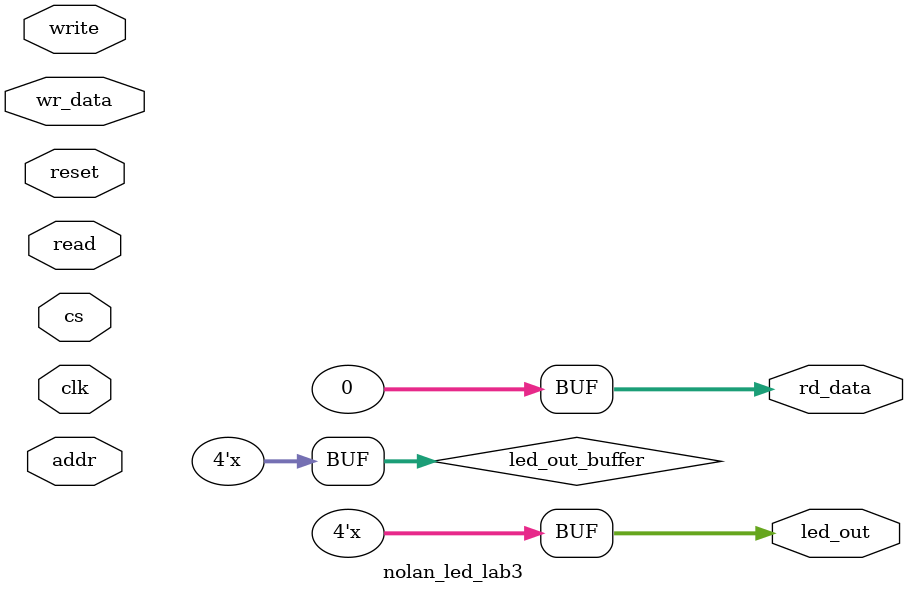
<source format=sv>
module nolan_led_lab3(
    input  logic clk,
    input  logic reset,
    // slot interface
    input  logic cs,
    input  logic read,
    input  logic write,
    input  logic [4:0] addr,
    input  logic [31:0] wr_data,
    output logic [31:0] rd_data,
    
    output logic [3:0] led_out
   );
   
   // signal declaration
   logic [3:0] led_out_buffer;
   logic [31:0] led0_timer, led0_ntimer;
   logic [31:0] led1_timer, led1_ntimer;
   logic [31:0] led2_timer, led2_ntimer;
   logic [31:0] led3_timer, led3_ntimer;

   logic [63:0] led0_count, led0_ncount;
   logic [63:0] led1_count, led1_ncount;
   logic [63:0] led2_count, led2_ncount;
   logic [63:0] led3_count, led3_ncount;
   

   
   always_ff @(posedge clk, posedge reset)
      if (reset)
         led0_timer <= 0;
      else   
        led0_timer <= led0_ntimer;
   
   always_ff @(posedge clk, posedge reset)
      if (reset)
         led1_timer <= 0;
      else   
        led1_timer <= led1_ntimer;
   
   always_ff @(posedge clk, posedge reset)
      if (reset)
         led2_timer <= 0;
      else   
        led2_timer <= led2_ntimer;
   
   always_ff @(posedge clk, posedge reset)
      if (reset)
         led3_timer <= 0;
      else   
        led3_timer <= led3_ntimer;


   
   always_ff @(posedge clk, posedge reset)
      if (reset) begin
         led0_count <= 0;
         led_out_buffer <= 0;
      end
      else   
        led0_count <= led0_ncount;
   
   always_ff @(posedge clk, posedge reset)
      if (reset)
         led1_count <= 0;
      else   
        led1_count <= led1_ncount;
        
   always_ff @(posedge clk, posedge reset)
      if (reset)
         led2_count <= 0;
      else   
        led2_count <= led2_ncount;
   
   always_ff @(posedge clk, posedge reset)
      if (reset)
         led3_count <= 0;
      else   
        led3_count <= led3_ncount;
   
   
   
   always_comb begin
        rd_data = 32'd0;
        led_out = led_out_buffer;
        
        
        if (led0_count < {12'd0, led0_timer, 20'b0}) begin
            led0_ncount = 0;
            led_out_buffer[0] = ~led_out_buffer[0];
        end
        else
            led0_ncount = led0_count + 1;
        
        
        if (led1_count < {12'd0, led1_timer, 20'b0}) begin
            led1_ncount = 0;
            led_out_buffer[1] = ~led_out_buffer[1];
        end
        else
            led1_ncount = led1_count + 1;
        
        
        if (led2_count < {12'd0, led2_timer, 20'b0}) begin
            led2_ncount = 0;
            led_out_buffer[2] = ~led_out_buffer[2];
        end
        else
            led2_ncount = led2_count + 1;
        
        
        if (led3_count < {12'd0, led3_timer, 20'b0}) begin
            led3_ncount = 0;
            led_out_buffer[3] = ~led_out_buffer[3];
        end
        else
            led3_ncount = led3_count + 1;
        
        
        
        if (cs && write) begin
            case (addr)
                5'd0: begin
                    led0_ntimer = wr_data[31:0];
                    led1_ntimer = led1_timer;
                    led2_ntimer = led2_timer;
                    led3_ntimer = led3_timer;
                end
                
                5'd1: begin
                    led1_ntimer = wr_data[31:0];
                    led0_ntimer = led0_timer;
                    led2_ntimer = led2_timer;
                    led3_ntimer = led3_timer;
                end
                
                5'd2: begin
                    led2_ntimer = wr_data[31:0];
                    led0_ntimer = led0_timer;
                    led1_ntimer = led1_timer;
                    led3_ntimer = led3_timer;
                end
                
                5'd3: begin
                    led3_ntimer = wr_data[31:0];
                    led0_ntimer = led0_timer;
                    led1_ntimer = led1_timer;
                    led2_ntimer = led2_timer;
                end
                
                default: begin
                    led0_ntimer = led0_timer;
                    led1_ntimer = led1_timer;
                    led2_ntimer = led2_timer;
                    led3_ntimer = led3_timer;
                end
            endcase
        end
    end
endmodule

</source>
